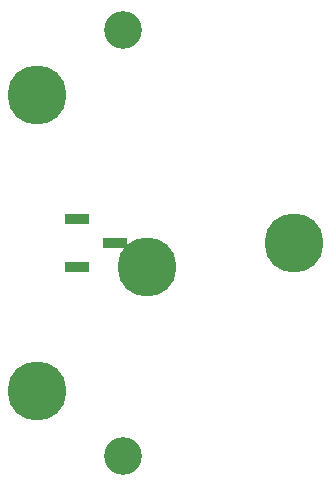
<source format=gbr>
%TF.GenerationSoftware,KiCad,Pcbnew,6.0.8-f2edbf62ab~116~ubuntu22.04.1*%
%TF.CreationDate,2022-11-07T08:46:38+01:00*%
%TF.ProjectId,batteriedeckel,62617474-6572-4696-9564-65636b656c2e,rev?*%
%TF.SameCoordinates,Original*%
%TF.FileFunction,Soldermask,Top*%
%TF.FilePolarity,Negative*%
%FSLAX46Y46*%
G04 Gerber Fmt 4.6, Leading zero omitted, Abs format (unit mm)*
G04 Created by KiCad (PCBNEW 6.0.8-f2edbf62ab~116~ubuntu22.04.1) date 2022-11-07 08:46:38*
%MOMM*%
%LPD*%
G01*
G04 APERTURE LIST*
%ADD10C,3.200000*%
%ADD11C,5.000000*%
%ADD12R,2.000000X0.900000*%
G04 APERTURE END LIST*
D10*
%TO.C,H2*%
X100000000Y-118000000D03*
%TD*%
%TO.C,H1*%
X100000000Y-82000000D03*
%TD*%
D11*
%TO.C,BAT+*%
X92750000Y-87443000D03*
%TD*%
%TO.C,SW-*%
X114500000Y-100000000D03*
%TD*%
%TO.C,BAT-*%
X102000000Y-102000000D03*
%TD*%
%TO.C,SW+*%
X92750000Y-112557000D03*
%TD*%
D12*
%TO.C,J1*%
X96100000Y-98000000D03*
X99300000Y-100000000D03*
X96100000Y-102000000D03*
%TD*%
M02*

</source>
